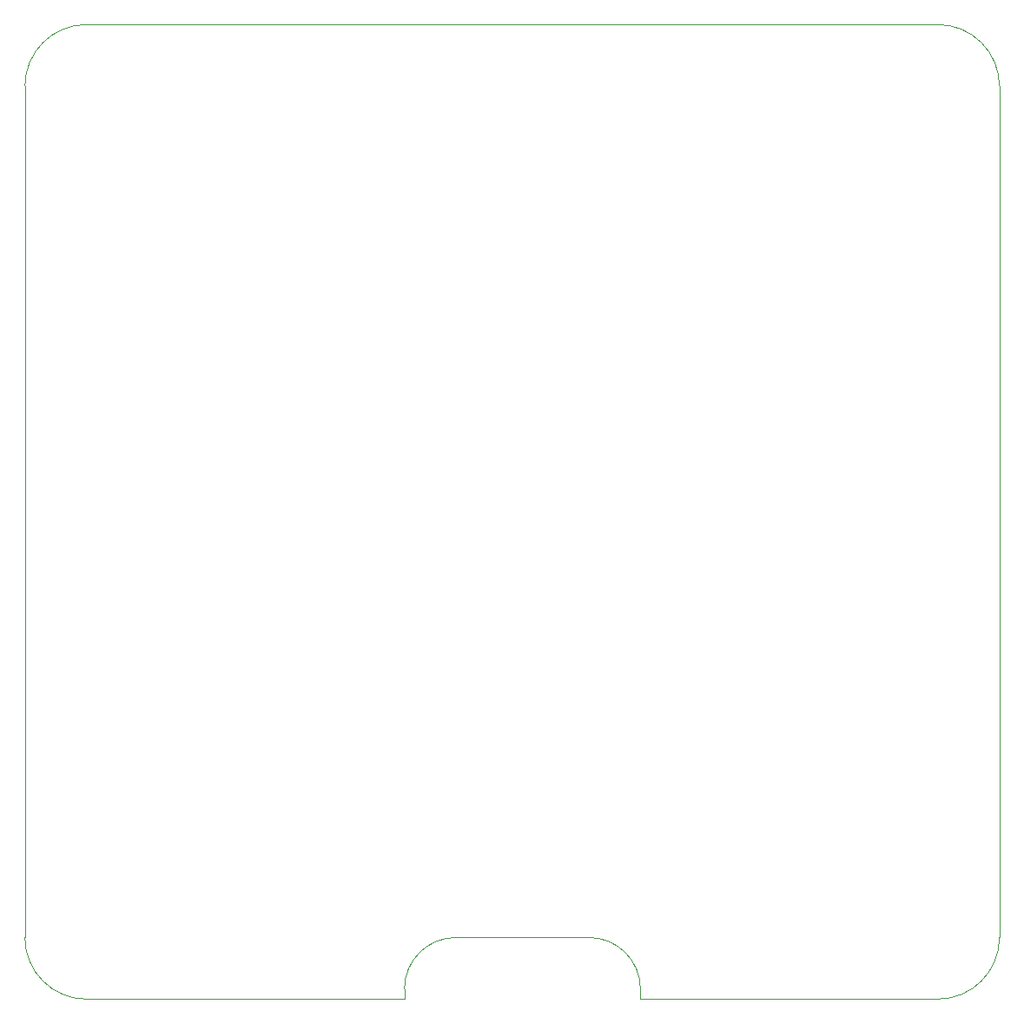
<source format=gbr>
G04 #@! TF.GenerationSoftware,KiCad,Pcbnew,(5.1.5)-3*
G04 #@! TF.CreationDate,2020-02-07T16:31:40-05:00*
G04 #@! TF.ProjectId,RETRO-EP4CE15,52455452-4f2d-4455-9034-434531352e6b,1*
G04 #@! TF.SameCoordinates,Original*
G04 #@! TF.FileFunction,Profile,NP*
%FSLAX46Y46*%
G04 Gerber Fmt 4.6, Leading zero omitted, Abs format (unit mm)*
G04 Created by KiCad (PCBNEW (5.1.5)-3) date 2020-02-07 16:31:40*
%MOMM*%
%LPD*%
G04 APERTURE LIST*
%ADD10C,0.100000*%
G04 APERTURE END LIST*
D10*
X47000000Y-104000000D02*
X47000000Y-105000000D01*
X65000000Y-99000000D02*
X52000000Y-99000000D01*
X70000000Y-104000000D02*
X70000000Y-105000000D01*
X47000000Y-104000000D02*
G75*
G02X52000000Y-99000000I5000000J0D01*
G01*
X65000000Y-99000000D02*
G75*
G02X70000000Y-104000000I0J-5000000D01*
G01*
X99000000Y-105000000D02*
X70000000Y-105000000D01*
X16000000Y-105000000D02*
X47000000Y-105000000D01*
X10000000Y-65000000D02*
X10000000Y-99000000D01*
X10000000Y-16000000D02*
X10000000Y-65000000D01*
X105000000Y-16000000D02*
X105000000Y-99000000D01*
X16000000Y-10000000D02*
X99000000Y-10000000D01*
X10000000Y-99000000D02*
G75*
G03X16000000Y-105000000I6000000J0D01*
G01*
X99000000Y-105000000D02*
G75*
G03X105000000Y-99000000I0J6000000D01*
G01*
X105000000Y-16000000D02*
G75*
G03X99000000Y-10000000I-6000000J0D01*
G01*
X16000000Y-10000000D02*
G75*
G03X10000000Y-16000000I0J-6000000D01*
G01*
M02*

</source>
